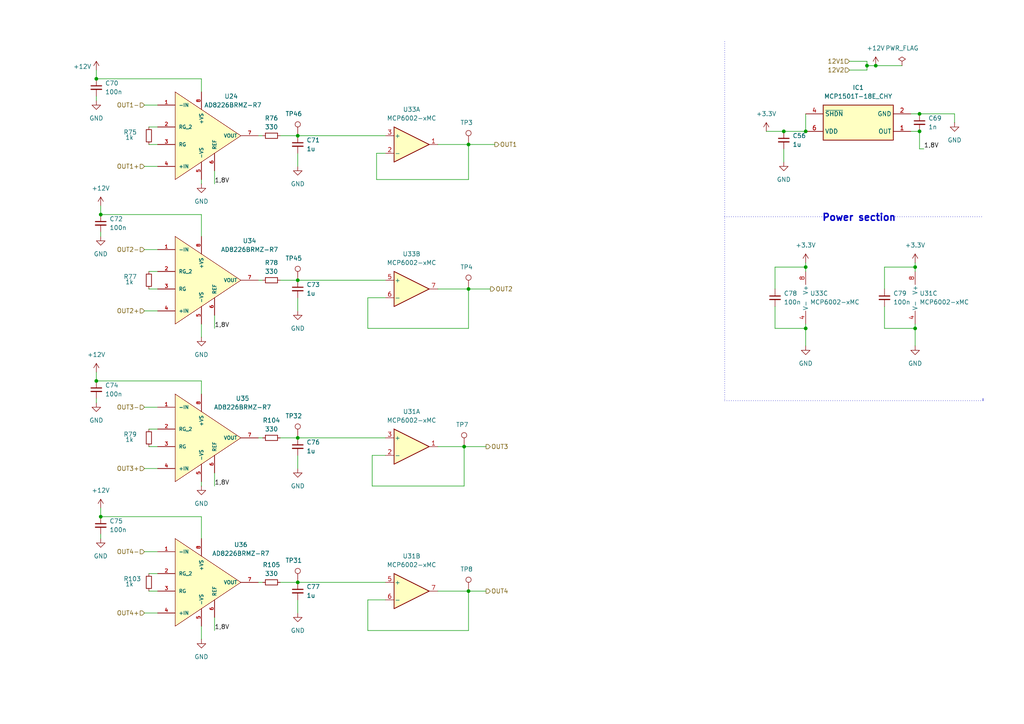
<source format=kicad_sch>
(kicad_sch (version 20231120) (generator "eeschema") (generator_version "8.0")
  (paper "A4")
  (lib_symbols
    (symbol "Amplifier_Operational:MCP6002-xMC" (pin_names (offset 0.127))
      (property "Reference" "U" (at 0 5.08 0))
      (property "Value" "MCP6002-xMC" (at 0 -5.08 0))
      (symbol "MCP6002-xMC_1_1"
        (polyline (pts (xy -5.08 5.08) (xy 5.08 0) (xy -5.08 -5.08) (xy -5.08 5.08)) (stroke (width 0.254)) (fill (type background)))
        (pin output line (at 7.62 0 180) (length 2.54) (name "~") (number "1"))
        (pin input line (at -7.62 -2.54 0) (length 2.54) (name "-") (number "2"))
        (pin input line (at -7.62 2.54 0) (length 2.54) (name "+") (number "3"))
      )
      (symbol "MCP6002-xMC_2_1"
        (polyline (pts (xy -5.08 5.08) (xy 5.08 0) (xy -5.08 -5.08) (xy -5.08 5.08)) (stroke (width 0.254)) (fill (type background)))
        (pin input line (at -7.62 2.54 0) (length 2.54) (name "+") (number "5"))
        (pin input line (at -7.62 -2.54 0) (length 2.54) (name "-") (number "6"))
        (pin output line (at 7.62 0 180) (length 2.54) (name "~") (number "7"))
      )
      (symbol "MCP6002-xMC_3_1"
        (pin power_in line (at -2.54 -7.62 90) (length 3.81) (name "V-") (number "4"))
        (pin power_in line (at -2.54 7.62 270) (length 3.81) (name "V+") (number "8"))
        (pin passive line (at -2.54 -7.62 90) (length 3.81) hide (name "V-") (number "9"))
      )
    )
    (symbol "Connector:TestPoint" (pin_numbers hide) (pin_names (offset 0.762) hide)
      (property "Reference" "TP" (at 0 6.858 0))
      (property "Value" "TestPoint" (at 0 5.08 0))
      (symbol "TestPoint_0_1"
        (circle (center 0 3.302) (radius 0.762))
      )
      (symbol "TestPoint_1_1"
        (pin passive line (at 0 0 90) (length 2.54) (name "1") (number "1"))
      )
    )
    (symbol "Device:C_Small" (pin_numbers hide) (pin_names (offset 0.254) hide)
      (property "Reference" "C" (at 0.254 1.778 0))
      (property "Value" "C_Small" (at 0.254 -2.032 0))
      (symbol "C_Small_0_1"
        (polyline (pts (xy -1.524 -0.508) (xy 1.524 -0.508)) (stroke (width 0.3302)))
        (polyline (pts (xy -1.524 0.508) (xy 1.524 0.508)) (stroke (width 0.3048)))
      )
      (symbol "C_Small_1_1"
        (pin passive line (at 0 2.54 270) (length 2.032) (name "~") (number "1"))
        (pin passive line (at 0 -2.54 90) (length 2.032) (name "~") (number "2"))
      )
    )
    (symbol "Device:R_Small" (pin_numbers hide) (pin_names (offset 0.254) hide)
      (property "Reference" "R" (at 0.762 0.508 0))
      (property "Value" "R_Small" (at 0.762 -1.016 0))
      (symbol "R_Small_0_1"
        (rectangle (start -0.762 1.778) (end 0.762 -1.778) (stroke (width 0.2032)))
      )
      (symbol "R_Small_1_1"
        (pin passive line (at 0 2.54 270) (length 0.762) (name "~") (number "1"))
        (pin passive line (at 0 -2.54 90) (length 0.762) (name "~") (number "2"))
      )
    )
    (symbol "Samacsys:MCP1501T-18E_CHY"
      (property "Reference" "IC" (at 26.67 7.62 0))
      (property "Value" "MCP1501T-18E_CHY" (at 26.67 5.08 0))
      (symbol "MCP1501T-18E_CHY_1_1"
        (rectangle (start 5.08 2.54) (end 25.4 -7.62) (stroke (width 0.254)) (fill (type background)))
        (pin passive line (at 0 0 0) (length 5.08) (name "OUT") (number "1"))
        (pin passive line (at 0 -5.08 0) (length 5.08) (name "GND") (number "2"))
        (pin passive line (at 0 -5.08 0) (length 5.08) hide (name "GND_2") (number "3"))
        (pin passive line (at 30.48 -5.08 180) (length 5.08) (name "~{SHDN}") (number "4"))
        (pin passive line (at 0 -5.08 0) (length 5.08) hide (name "GND_3") (number "5"))
        (pin passive line (at 30.48 0 180) (length 5.08) (name "VDD") (number "6"))
      )
    )
    (symbol "Snapeda:AD8226BRMZ-R7" (pin_names (offset 1.016))
      (property "Reference" "U" (at -4.1148 15.2908 0))
      (property "Value" "AD8226BRMZ-R7" (at -6.5278 -24.9174 0))
      (symbol "AD8226BRMZ-R7_0_0"
        (pin input line (at -12.7 8.89 0) (length 5.08) (name "-IN") (number "1"))
        (pin passive line (at -12.7 2.54 0) (length 5.08) (name "RG_2") (number "2"))
        (pin passive line (at -12.7 -2.54 0) (length 5.08) (name "RG") (number "3"))
        (pin input line (at -12.7 -8.89 0) (length 5.08) (name "+IN") (number "4"))
        (pin power_in line (at 0 -12.7 90) (length 5.08) (name "-VS") (number "5"))
        (pin input line (at 3.81 -10.16 90) (length 5.08) (name "REF") (number "6"))
        (pin output line (at 16.51 0 180) (length 5.08) (name "VOUT") (number "7"))
        (pin power_in line (at 0 12.7 270) (length 5.08) (name "+VS") (number "8"))
      )
      (symbol "AD8226BRMZ-R7_1_1"
        (polyline (pts (xy -7.62 12.7) (xy -7.62 -12.7) (xy 11.43 0) (xy -7.62 12.7)) (fill (type background)))
      )
    )
    (symbol "power:+12V" (power) (pin_numbers hide) (pin_names (offset 0) hide)
      (property "Value" "+12V" (at 0 3.556 0))
      (symbol "+12V_0_1"
        (polyline (pts (xy -0.762 1.27) (xy 0 2.54)))
        (polyline (pts (xy 0 0) (xy 0 2.54)))
        (polyline (pts (xy 0 2.54) (xy 0.762 1.27)))
      )
      (symbol "+12V_1_1"
        (pin power_in line (at 0 0 90) (length 0) (name "~") (number "1"))
      )
    )
    (symbol "power:+3.3VA" (power) (pin_numbers hide) (pin_names (offset 0) hide)
      (property "Value" "+3.3VA" (at 0 3.556 0))
      (symbol "+3.3VA_0_1"
        (polyline (pts (xy -0.762 1.27) (xy 0 2.54)))
        (polyline (pts (xy 0 0) (xy 0 2.54)))
        (polyline (pts (xy 0 2.54) (xy 0.762 1.27)))
      )
      (symbol "+3.3VA_1_1"
        (pin power_in line (at 0 0 90) (length 0) (name "~") (number "1"))
      )
    )
    (symbol "power:+3V3" (power) (pin_numbers hide) (pin_names (offset 0) hide)
      (property "Value" "+3V3" (at 0 3.556 0))
      (symbol "+3V3_0_1"
        (polyline (pts (xy -0.762 1.27) (xy 0 2.54)))
        (polyline (pts (xy 0 0) (xy 0 2.54)))
        (polyline (pts (xy 0 2.54) (xy 0.762 1.27)))
      )
      (symbol "+3V3_1_1"
        (pin power_in line (at 0 0 90) (length 0) (name "~") (number "1"))
      )
    )
    (symbol "power:GND" (power) (pin_numbers hide) (pin_names (offset 0) hide)
      (property "Value" "GND" (at 0 -3.81 0))
      (symbol "GND_0_1"
        (polyline (pts (xy 0 0) (xy 0 -1.27) (xy 1.27 -1.27) (xy 0 -2.54) (xy -1.27 -1.27) (xy 0 -1.27)))
      )
      (symbol "GND_1_1"
        (pin power_in line (at 0 0 270) (length 0) (name "~") (number "1"))
      )
    )
    (symbol "power:PWR_FLAG" (power) (pin_numbers hide) (pin_names (offset 0) hide)
      (property "Value" "PWR_FLAG" (at 0 3.81 0))
      (symbol "PWR_FLAG_0_0"
        (pin power_out line (at 0 0 90) (length 0) (name "~") (number "1"))
      )
      (symbol "PWR_FLAG_0_1"
        (polyline (pts (xy 0 0) (xy 0 1.27) (xy -1.016 1.905) (xy 0 2.54) (xy 1.016 1.905) (xy 0 1.27)))
      )
    )
  )
  (junction (at 265.43 77.47))
  (junction (at 29.21 149.86))
  (junction (at 135.89 41.91))
  (junction (at 266.7 38.1))
  (junction (at 265.43 95.25))
  (junction (at 227.33 38.1))
  (junction (at 86.36 39.37))
  (junction (at 29.21 62.23))
  (junction (at 27.94 110.49))
  (junction (at 233.68 95.25))
  (junction (at 251.46 19.05))
  (junction (at 27.94 22.86))
  (junction (at 266.7 33.02))
  (junction (at 233.68 77.47))
  (junction (at 86.36 127))
  (junction (at 135.89 83.82))
  (junction (at 233.68 38.1))
  (junction (at 134.62 129.54))
  (junction (at 86.36 168.91))
  (junction (at 254 19.05))
  (junction (at 86.36 81.28))
  (junction (at 135.89 171.45))
  (wire (pts (xy 222.25 38.1) (xy 227.33 38.1)))
  (wire (pts (xy 58.42 62.23) (xy 58.42 68.58)))
  (wire (pts (xy 135.89 182.88) (xy 106.68 182.88)))
  (wire (pts (xy 62.23 137.16) (xy 62.23 140.97)))
  (wire (pts (xy 135.89 171.45) (xy 140.97 171.45)))
  (wire (pts (xy 265.43 76.2) (xy 265.43 77.47)))
  (wire (pts (xy 43.18 124.46) (xy 45.72 124.46)))
  (wire (pts (xy 62.23 91.44) (xy 62.23 95.25)))
  (wire (pts (xy 107.95 132.08) (xy 111.76 132.08)))
  (wire (pts (xy 256.54 83.82) (xy 256.54 77.47)))
  (wire (pts (xy 86.36 173.99) (xy 86.36 177.8)))
  (wire (pts (xy 27.94 107.95) (xy 27.94 110.49)))
  (wire (pts (xy 135.89 83.82) (xy 135.89 95.25)))
  (wire (pts (xy 41.91 135.89) (xy 45.72 135.89)))
  (wire (pts (xy 246.38 17.78) (xy 251.46 17.78)))
  (polyline (pts (xy 285.115 115.57) (xy 285.115 116.205)))
  (polyline (pts (xy 210.185 116.205) (xy 285.115 116.205)) (stroke (width 0) (type dot)))
  (wire (pts (xy 58.42 22.86) (xy 58.42 26.67)))
  (wire (pts (xy 74.93 81.28) (xy 76.2 81.28)))
  (wire (pts (xy 266.7 43.18) (xy 266.7 38.1)))
  (wire (pts (xy 74.93 39.37) (xy 76.2 39.37)))
  (wire (pts (xy 81.28 127) (xy 86.36 127)))
  (wire (pts (xy 127 171.45) (xy 135.89 171.45)))
  (wire (pts (xy 135.89 52.07) (xy 109.22 52.07)))
  (wire (pts (xy 106.68 182.88) (xy 106.68 173.99)))
  (wire (pts (xy 224.79 95.25) (xy 233.68 95.25)))
  (wire (pts (xy 41.91 177.8) (xy 45.72 177.8)))
  (wire (pts (xy 58.42 93.98) (xy 58.42 97.79)))
  (wire (pts (xy 86.36 44.45) (xy 86.36 48.26)))
  (wire (pts (xy 109.22 44.45) (xy 111.76 44.45)))
  (wire (pts (xy 29.21 59.69) (xy 29.21 62.23)))
  (wire (pts (xy 251.46 19.05) (xy 254 19.05)))
  (wire (pts (xy 27.94 27.94) (xy 27.94 29.21)))
  (polyline (pts (xy 210.185 62.865) (xy 239.395 62.865)) (stroke (width 0) (type dot)))
  (wire (pts (xy 106.68 95.25) (xy 106.68 86.36)))
  (wire (pts (xy 106.68 173.99) (xy 111.76 173.99)))
  (polyline (pts (xy 210.185 12.065) (xy 210.185 116.205)) (stroke (width 0) (type dot)))
  (wire (pts (xy 135.89 41.91) (xy 135.89 52.07)))
  (wire (pts (xy 134.62 140.97) (xy 107.95 140.97)))
  (wire (pts (xy 107.95 140.97) (xy 107.95 132.08)))
  (wire (pts (xy 86.36 81.28) (xy 111.76 81.28)))
  (wire (pts (xy 29.21 149.86) (xy 58.42 149.86)))
  (wire (pts (xy 266.7 33.02) (xy 276.86 33.02)))
  (wire (pts (xy 29.21 147.32) (xy 29.21 149.86)))
  (wire (pts (xy 233.68 76.2) (xy 233.68 77.47)))
  (wire (pts (xy 43.18 41.91) (xy 45.72 41.91)))
  (wire (pts (xy 127 83.82) (xy 135.89 83.82)))
  (wire (pts (xy 27.94 115.57) (xy 27.94 116.84)))
  (wire (pts (xy 109.22 52.07) (xy 109.22 44.45)))
  (wire (pts (xy 81.28 81.28) (xy 86.36 81.28)))
  (wire (pts (xy 265.43 77.47) (xy 265.43 78.74)))
  (wire (pts (xy 86.36 39.37) (xy 111.76 39.37)))
  (wire (pts (xy 29.21 62.23) (xy 58.42 62.23)))
  (wire (pts (xy 58.42 52.07) (xy 58.42 53.34)))
  (wire (pts (xy 43.18 171.45) (xy 45.72 171.45)))
  (wire (pts (xy 27.94 22.86) (xy 58.42 22.86)))
  (wire (pts (xy 41.91 30.48) (xy 45.72 30.48)))
  (wire (pts (xy 43.18 78.74) (xy 45.72 78.74)))
  (wire (pts (xy 224.79 88.9) (xy 224.79 95.25)))
  (wire (pts (xy 264.16 38.1) (xy 266.7 38.1)))
  (wire (pts (xy 264.16 33.02) (xy 266.7 33.02)))
  (polyline (pts (xy 239.395 62.865) (xy 239.395 63.5)))
  (wire (pts (xy 27.94 110.49) (xy 58.42 110.49)))
  (wire (pts (xy 135.89 95.25) (xy 106.68 95.25)))
  (wire (pts (xy 29.21 154.94) (xy 29.21 156.21)))
  (wire (pts (xy 233.68 93.98) (xy 233.68 95.25)))
  (wire (pts (xy 127 41.91) (xy 135.89 41.91)))
  (wire (pts (xy 233.68 33.02) (xy 233.68 38.1)))
  (wire (pts (xy 74.93 127) (xy 76.2 127)))
  (wire (pts (xy 256.54 95.25) (xy 265.43 95.25)))
  (wire (pts (xy 256.54 77.47) (xy 265.43 77.47)))
  (wire (pts (xy 127 129.54) (xy 134.62 129.54)))
  (wire (pts (xy 86.36 168.91) (xy 111.76 168.91)))
  (wire (pts (xy 43.18 36.83) (xy 45.72 36.83)))
  (wire (pts (xy 251.46 20.32) (xy 251.46 19.05)))
  (wire (pts (xy 135.89 171.45) (xy 135.89 182.88)))
  (wire (pts (xy 265.43 95.25) (xy 265.43 100.33)))
  (wire (pts (xy 58.42 110.49) (xy 58.42 114.3)))
  (wire (pts (xy 276.86 35.56) (xy 276.86 33.02)))
  (wire (pts (xy 27.94 20.32) (xy 27.94 22.86)))
  (wire (pts (xy 135.89 41.91) (xy 143.51 41.91)))
  (wire (pts (xy 233.68 95.25) (xy 233.68 100.33)))
  (wire (pts (xy 224.79 83.82) (xy 224.79 77.47)))
  (wire (pts (xy 86.36 86.36) (xy 86.36 90.17)))
  (wire (pts (xy 41.91 48.26) (xy 45.72 48.26)))
  (wire (pts (xy 135.89 83.82) (xy 142.24 83.82)))
  (wire (pts (xy 134.62 129.54) (xy 140.97 129.54)))
  (wire (pts (xy 81.28 39.37) (xy 86.36 39.37)))
  (wire (pts (xy 62.23 49.53) (xy 62.23 53.34)))
  (wire (pts (xy 86.36 127) (xy 111.76 127)))
  (wire (pts (xy 227.33 38.1) (xy 233.68 38.1)))
  (wire (pts (xy 106.68 86.36) (xy 111.76 86.36)))
  (wire (pts (xy 251.46 19.05) (xy 251.46 17.78)))
  (wire (pts (xy 265.43 93.98) (xy 265.43 95.25)))
  (wire (pts (xy 227.33 43.18) (xy 227.33 46.99)))
  (wire (pts (xy 58.42 149.86) (xy 58.42 156.21)))
  (wire (pts (xy 254 19.05) (xy 261.62 19.05)))
  (wire (pts (xy 41.91 72.39) (xy 45.72 72.39)))
  (wire (pts (xy 256.54 88.9) (xy 256.54 95.25)))
  (wire (pts (xy 86.36 132.08) (xy 86.36 135.89)))
  (wire (pts (xy 43.18 129.54) (xy 45.72 129.54)))
  (polyline (pts (xy 259.715 62.865) (xy 285.115 62.865)) (stroke (width 0) (type dot)))
  (wire (pts (xy 134.62 129.54) (xy 134.62 140.97)))
  (wire (pts (xy 41.91 160.02) (xy 45.72 160.02)))
  (wire (pts (xy 224.79 77.47) (xy 233.68 77.47)))
  (wire (pts (xy 62.23 179.07) (xy 62.23 182.88)))
  (wire (pts (xy 58.42 181.61) (xy 58.42 185.42)))
  (wire (pts (xy 41.91 90.17) (xy 45.72 90.17)))
  (wire (pts (xy 41.91 118.11) (xy 45.72 118.11)))
  (wire (pts (xy 233.68 77.47) (xy 233.68 78.74)))
  (wire (pts (xy 43.18 83.82) (xy 45.72 83.82)))
  (wire (pts (xy 58.42 139.7) (xy 58.42 140.97)))
  (wire (pts (xy 246.38 20.32) (xy 251.46 20.32)))
  (wire (pts (xy 81.28 168.91) (xy 86.36 168.91)))
  (wire (pts (xy 267.97 43.18) (xy 266.7 43.18)))
  (wire (pts (xy 43.18 166.37) (xy 45.72 166.37)))
  (wire (pts (xy 74.93 168.91) (xy 76.2 168.91)))
  (wire (pts (xy 29.21 67.31) (xy 29.21 68.58)))
  (text "Power section\n" (at 249.174 63.246 0) (effects (font (size 2 2) (thickness 0.4) (bold yes))))
  (label "1,8V" (at 267.97 43.18 0))
  (label "1,8V" (at 62.23 53.34 0))
  (label "1,8V" (at 62.23 182.88 0))
  (label "1,8V" (at 62.23 95.25 0))
  (label "1,8V" (at 62.23 140.97 0))
  (hierarchical_label "OUT4-" (shape input) (at 41.91 160.02 180))
  (hierarchical_label "OUT3" (shape output) (at 140.97 129.54 0))
  (hierarchical_label "OUT3-" (shape input) (at 41.91 118.11 180))
  (hierarchical_label "OUT2-" (shape input) (at 41.91 72.39 180))
  (hierarchical_label "OUT2+" (shape input) (at 41.91 90.17 180))
  (hierarchical_label "OUT4" (shape output) (at 140.97 171.45 0))
  (hierarchical_label "OUT3+" (shape input) (at 41.91 135.89 180))
  (hierarchical_label "12V2" (shape input) (at 246.38 20.32 180))
  (hierarchical_label "OUT1" (shape output) (at 143.51 41.91 0))
  (hierarchical_label "OUT4+" (shape input) (at 41.91 177.8 180))
  (hierarchical_label "12V1" (shape input) (at 246.38 17.78 180))
  (hierarchical_label "OUT2" (shape output) (at 142.24 83.82 0))
  (hierarchical_label "OUT1-" (shape input) (at 41.91 30.48 180))
  (hierarchical_label "OUT1+" (shape input) (at 41.91 48.26 180))
  (symbol (lib_id "power:+12V") (at 29.21 147.32 0) (unit 1)
    (property "Reference" "#PWR0218" (effects (hide yes)))
    (property "Value" "+12V" (at 29.21 142.24 0))
    (property "Description" "Power symbol creates a global label with name \"+12V\"" (effects (hide yes)))
  )
  (symbol (lib_id "Device:C_Small") (at 86.36 129.54 0) (unit 1)
    (property "Reference" "C76" (at 88.9 128.2762 0) (effects (justify left)))
    (property "Value" "1u" (at 88.9 130.8162 0) (effects (justify left)))
    (property "Footprint" "Capacitor_SMD:C_0603_1608Metric" (effects (hide yes)))
    (property "Description" "Unpolarized capacitor, small symbol" (effects (hide yes)))
  )
  (symbol (lib_id "Device:R_Small") (at 78.74 39.37 90) (unit 1)
    (property "Reference" "R76" (at 78.74 34.29 90))
    (property "Value" "330" (at 78.74 36.83 90))
    (property "Footprint" "Resistor_SMD:R_0603_1608Metric" (effects (hide yes)))
    (property "Description" "Resistor, small symbol" (effects (hide yes)))
  )
  (symbol (lib_id "power:GND") (at 27.94 29.21 0) (unit 1)
    (property "Reference" "#PWR0162" (effects (hide yes)))
    (property "Value" "GND" (at 27.94 34.29 0))
    (property "Description" "Power symbol creates a global label with name \"GND\" , ground" (effects (hide yes)))
  )
  (symbol (lib_id "Device:C_Small") (at 224.79 86.36 0) (unit 1)
    (property "Reference" "C78" (at 227.33 85.0962 0) (effects (justify left)))
    (property "Value" "100n" (at 227.33 87.6362 0) (effects (justify left)))
    (property "Footprint" "Capacitor_SMD:C_0603_1608Metric" (effects (hide yes)))
    (property "Description" "Unpolarized capacitor, small symbol" (effects (hide yes)))
  )
  (symbol (lib_id "Device:C_Small") (at 27.94 25.4 0) (unit 1)
    (property "Reference" "C70" (at 30.48 24.1362 0) (effects (justify left)))
    (property "Value" "100n" (at 30.48 26.6762 0) (effects (justify left)))
    (property "Footprint" "Capacitor_SMD:C_0603_1608Metric" (effects (hide yes)))
    (property "Description" "Unpolarized capacitor, small symbol" (effects (hide yes)))
  )
  (symbol (lib_id "power:+3V3") (at 222.25 38.1 0) (unit 1)
    (property "Reference" "#PWR0159" (effects (hide yes)))
    (property "Value" "+3.3V" (at 222.25 33.02 0))
    (property "Description" "Power symbol creates a global label with name \"+3V3\"" (effects (hide yes)))
  )
  (symbol (lib_id "Device:R_Small") (at 43.18 39.37 0) (unit 1)
    (property "Reference" "R75" (at 35.814 38.354 0) (effects (justify left)))
    (property "Value" "1k" (at 36.322 39.878 0) (effects (justify left)))
    (property "Footprint" "Resistor_SMD:R_0603_1608Metric" (effects (hide yes)))
    (property "Description" "Resistor, small symbol" (effects (hide yes)))
  )
  (symbol (lib_id "power:GND") (at 233.68 100.33 0) (unit 1)
    (property "Reference" "#PWR0211" (effects (hide yes)))
    (property "Value" "GND" (at 233.68 105.41 0))
    (property "Description" "Power symbol creates a global label with name \"GND\" , ground" (effects (hide yes)))
  )
  (symbol (lib_id "Device:C_Small") (at 29.21 152.4 0) (unit 1)
    (property "Reference" "C75" (at 31.75 151.1362 0) (effects (justify left)))
    (property "Value" "100n" (at 31.75 153.6762 0) (effects (justify left)))
    (property "Footprint" "Capacitor_SMD:C_0603_1608Metric" (effects (hide yes)))
    (property "Description" "Unpolarized capacitor, small symbol" (effects (hide yes)))
  )
  (symbol (lib_id "Amplifier_Operational:MCP6002-xMC") (at 119.38 83.82 0) (unit 2)
    (property "Reference" "U33" (at 119.38 73.66 0))
    (property "Value" "MCP6002-xMC" (at 119.38 76.2 0))
    (property "Footprint" "Package_DFN_QFN:DFN-8-1EP_3x2mm_P0.5mm_EP1.75x1.45mm" (effects (hide yes)))
    (property "Datasheet" "http://ww1.microchip.com/downloads/en/DeviceDoc/21733j.pdf" (effects (hide yes)))
    (property "Description" "1MHz, Low-Power Op Amp, DFN-8" (effects (hide yes)))
  )
  (symbol (lib_id "power:GND") (at 58.42 185.42 0) (unit 1)
    (property "Reference" "#PWR0206" (effects (hide yes)))
    (property "Value" "GND" (at 58.42 190.5 0))
    (property "Description" "Power symbol creates a global label with name \"GND\" , ground" (effects (hide yes)))
  )
  (symbol (lib_id "power:+12V") (at 254 19.05 0) (unit 1)
    (property "Reference" "#PWR076" (effects (hide yes)))
    (property "Value" "+12V" (at 254 13.97 0))
    (property "Description" "Power symbol creates a global label with name \"+12V\"" (effects (hide yes)))
  )
  (symbol (lib_id "Samacsys:MCP1501T-18E_CHY") (at 264.16 38.1 180) (unit 1)
    (property "Reference" "IC1" (at 248.92 25.4 0))
    (property "Value" "MCP1501T-18E_CHY" (at 248.92 27.94 0))
    (property "Footprint" "Samacsys:SOT95P270X145-6N" (effects (hide yes)))
    (property "Datasheet" "https://www.mouser.pl/ProductDetail/Microchip-Technology/MCP1501T-18E-CHY?qs=8cKuZ6Ok2latOja4XfHM6g%3D%3D&srsltid=AfmBOooMlvOl13uxeE4uMTJfPzwMoAo8IMXZ6vXcTfZIgKh1jVluLl1W" (effects (hide yes)))
    (property "Description" "Voltage References Precision Buffered Voltage Reference" (effects (hide yes)))
    (property "Height" "1.45" (effects (hide yes)))
    (property "Manufacturer_Name" "Microchip" (effects (hide yes)))
    (property "Manufacturer_Part_Number" "MCP1501T-18E/CHY" (effects (hide yes)))
    (property "Mouser Part Number" "579-MCP1501T-18E/CHY" (effects (hide yes)))
    (property "Mouser Price/Stock" "https://www.mouser.co.uk/ProductDetail/Microchip-Technology/MCP1501T-18E-CHY?qs=8cKuZ6Ok2latOja4XfHM6g%3D%3D" (effects (hide yes)))
    (property "Arrow Part Number" "MCP1501T-18E/CHY" (effects (hide yes)))
    (property "Arrow Price/Stock" "https://www.arrow.com/en/products/mcp1501t-18echy/microchip-technology?region=nac" (effects (hide yes)))
  )
  (symbol (lib_id "power:+12V") (at 27.94 107.95 0) (unit 1)
    (property "Reference" "#PWR0217" (effects (hide yes)))
    (property "Value" "+12V" (at 27.94 102.87 0))
    (property "Description" "Power symbol creates a global label with name \"+12V\"" (effects (hide yes)))
  )
  (symbol (lib_id "Snapeda:AD8226BRMZ-R7") (at 58.42 168.91 0) (unit 1)
    (property "Reference" "U36" (at 69.85 157.988 0))
    (property "Value" "AD8226BRMZ-R7" (at 69.85 160.528 0))
    (property "Footprint" "Snapeda:AD8226BRMZ-R7_SOP65P490X110-8N" (effects (hide yes)))
    (property "MF" "Analog Devices" (effects (hide yes)))
    (property "Description_1" "\n                        \n                            Wide Supply Range, Rail-to-Rail Output Instrumentation Amplifier\n                        \n" (effects (hide yes)))
    (property "PACKAGE" "MSOP-8" (effects (hide yes)))
    (property "MPN" "AD8226BRMZ-R7" (effects (hide yes)))
    (property "Price" "None" (effects (hide yes)))
    (property "Package" "MSOP-8 Analog Devices" (effects (hide yes)))
    (property "OC_FARNELL" "-" (effects (hide yes)))
    (property "SnapEDA_Link" "https://www.snapeda.com/parts/AD8226BRMZ-R7/Analog+Devices/view-part/?ref=snap" (effects (hide yes)))
    (property "MP" "AD8226BRMZ-R7" (effects (hide yes)))
    (property "SUPPLIER" "Analog Devices" (effects (hide yes)))
    (property "OC_NEWARK" "24R9019" (effects (hide yes)))
    (property "Availability" "In Stock" (effects (hide yes)))
    (property "Check_prices" "https://www.snapeda.com/parts/AD8226BRMZ-R7/Analog+Devices/view-part/?ref=eda" (effects (hide yes)))
  )
  (symbol (lib_id "Device:C_Small") (at 256.54 86.36 0) (unit 1)
    (property "Reference" "C79" (at 259.08 85.0962 0) (effects (justify left)))
    (property "Value" "100n" (at 259.08 87.6362 0) (effects (justify left)))
    (property "Footprint" "Capacitor_SMD:C_0603_1608Metric" (effects (hide yes)))
    (property "Description" "Unpolarized capacitor, small symbol" (effects (hide yes)))
  )
  (symbol (lib_id "power:GND") (at 86.36 48.26 0) (unit 1)
    (property "Reference" "#PWR0163" (effects (hide yes)))
    (property "Value" "GND" (at 86.36 53.34 0))
    (property "Description" "Power symbol creates a global label with name \"GND\" , ground" (effects (hide yes)))
  )
  (symbol (lib_id "Snapeda:AD8226BRMZ-R7") (at 58.42 39.37 0) (unit 1)
    (property "Reference" "U24" (at 67.056 27.94 0))
    (property "Value" "AD8226BRMZ-R7" (at 67.564 30.48 0))
    (property "Footprint" "Snapeda:AD8226BRMZ-R7_SOP65P490X110-8N" (effects (hide yes)))
    (property "MF" "Analog Devices" (effects (hide yes)))
    (property "Description_1" "\n                        \n                            Wide Supply Range, Rail-to-Rail Output Instrumentation Amplifier\n                        \n" (effects (hide yes)))
    (property "PACKAGE" "MSOP-8" (effects (hide yes)))
    (property "MPN" "AD8226BRMZ-R7" (effects (hide yes)))
    (property "Price" "None" (effects (hide yes)))
    (property "Package" "MSOP-8 Analog Devices" (effects (hide yes)))
    (property "OC_FARNELL" "-" (effects (hide yes)))
    (property "SnapEDA_Link" "https://www.snapeda.com/parts/AD8226BRMZ-R7/Analog+Devices/view-part/?ref=snap" (effects (hide yes)))
    (property "MP" "AD8226BRMZ-R7" (effects (hide yes)))
    (property "SUPPLIER" "Analog Devices" (effects (hide yes)))
    (property "OC_NEWARK" "24R9019" (effects (hide yes)))
    (property "Availability" "In Stock" (effects (hide yes)))
    (property "Check_prices" "https://www.snapeda.com/parts/AD8226BRMZ-R7/Analog+Devices/view-part/?ref=eda" (effects (hide yes)))
  )
  (symbol (lib_id "Device:C_Small") (at 27.94 113.03 0) (unit 1)
    (property "Reference" "C74" (at 30.48 111.7662 0) (effects (justify left)))
    (property "Value" "100n" (at 30.48 114.3062 0) (effects (justify left)))
    (property "Footprint" "Capacitor_SMD:C_0603_1608Metric" (effects (hide yes)))
    (property "Description" "Unpolarized capacitor, small symbol" (effects (hide yes)))
  )
  (symbol (lib_id "Amplifier_Operational:MCP6002-xMC") (at 236.22 86.36 0) (unit 3)
    (property "Reference" "U33" (at 234.95 85.0899 0) (effects (justify left)))
    (property "Value" "MCP6002-xMC" (at 234.95 87.6299 0) (effects (justify left)))
    (property "Footprint" "Package_DFN_QFN:DFN-8-1EP_3x2mm_P0.5mm_EP1.75x1.45mm" (effects (hide yes)))
    (property "Datasheet" "http://ww1.microchip.com/downloads/en/DeviceDoc/21733j.pdf" (effects (hide yes)))
    (property "Description" "1MHz, Low-Power Op Amp, DFN-8" (effects (hide yes)))
  )
  (symbol (lib_id "Amplifier_Operational:MCP6002-xMC") (at 267.97 86.36 0) (unit 3)
    (property "Reference" "U31" (at 266.7 85.0899 0) (effects (justify left)))
    (property "Value" "MCP6002-xMC" (at 266.7 87.6299 0) (effects (justify left)))
    (property "Footprint" "Package_DFN_QFN:DFN-8-1EP_3x2mm_P0.5mm_EP1.75x1.45mm" (effects (hide yes)))
    (property "Datasheet" "http://ww1.microchip.com/downloads/en/DeviceDoc/21733j.pdf" (effects (hide yes)))
    (property "Description" "1MHz, Low-Power Op Amp, DFN-8" (effects (hide yes)))
  )
  (symbol (lib_id "power:+3.3VA") (at 233.68 76.2 0) (unit 1)
    (property "Reference" "#PWR0209" (effects (hide yes)))
    (property "Value" "+3.3V" (at 233.68 71.12 0))
    (property "Description" "Power symbol creates a global label with name \"+3.3VA\"" (effects (hide yes)))
  )
  (symbol (lib_id "Connector:TestPoint") (at 86.36 39.37 0) (mirror y) (unit 1)
    (property "Reference" "TP46" (at 87.63 33.02 0) (effects (justify left)))
    (property "Value" "BR_N" (effects (hide yes)))
    (property "Footprint" "TestPoint:TestPoint_THTPad_D1.0mm_Drill0.5mm" (effects (hide yes)))
  )
  (symbol (lib_id "power:GND") (at 86.36 177.8 0) (unit 1)
    (property "Reference" "#PWR0208" (effects (hide yes)))
    (property "Value" "GND" (at 86.36 182.88 0))
    (property "Description" "Power symbol creates a global label with name \"GND\" , ground" (effects (hide yes)))
  )
  (symbol (lib_id "Connector:TestPoint") (at 135.89 83.82 0) (mirror y) (unit 1)
    (property "Reference" "TP4" (at 137.16 77.47 0) (effects (justify left)))
    (property "Value" "BR_N" (effects (hide yes)))
    (property "Footprint" "TestPoint:TestPoint_THTPad_D1.0mm_Drill0.5mm" (effects (hide yes)))
  )
  (symbol (lib_id "Device:R_Small") (at 43.18 168.91 0) (unit 1)
    (property "Reference" "R103" (at 35.814 167.894 0) (effects (justify left)))
    (property "Value" "1k" (at 36.322 169.418 0) (effects (justify left)))
    (property "Footprint" "Resistor_SMD:R_0603_1608Metric" (effects (hide yes)))
    (property "Description" "Resistor, small symbol" (effects (hide yes)))
  )
  (symbol (lib_id "Connector:TestPoint") (at 86.36 168.91 0) (mirror y) (unit 1)
    (property "Reference" "TP31" (at 87.63 162.56 0) (effects (justify left)))
    (property "Value" "BR_N" (effects (hide yes)))
    (property "Footprint" "TestPoint:TestPoint_THTPad_D1.0mm_Drill0.5mm" (effects (hide yes)))
  )
  (symbol (lib_id "power:GND") (at 29.21 68.58 0) (unit 1)
    (property "Reference" "#PWR0200" (effects (hide yes)))
    (property "Value" "GND" (at 29.21 73.66 0))
    (property "Description" "Power symbol creates a global label with name \"GND\" , ground" (effects (hide yes)))
  )
  (symbol (lib_id "Device:R_Small") (at 78.74 127 90) (unit 1)
    (property "Reference" "R104" (at 78.74 121.92 90))
    (property "Value" "330" (at 78.74 124.46 90))
    (property "Footprint" "Resistor_SMD:R_0603_1608Metric" (effects (hide yes)))
    (property "Description" "Resistor, small symbol" (effects (hide yes)))
  )
  (symbol (lib_id "power:GND") (at 86.36 135.89 0) (unit 1)
    (property "Reference" "#PWR0207" (effects (hide yes)))
    (property "Value" "GND" (at 86.36 140.97 0))
    (property "Description" "Power symbol creates a global label with name \"GND\" , ground" (effects (hide yes)))
  )
  (symbol (lib_id "Connector:TestPoint") (at 86.36 81.28 0) (mirror y) (unit 1)
    (property "Reference" "TP45" (at 87.63 74.93 0) (effects (justify left)))
    (property "Value" "BR_N" (effects (hide yes)))
    (property "Footprint" "TestPoint:TestPoint_THTPad_D1.0mm_Drill0.5mm" (effects (hide yes)))
  )
  (symbol (lib_id "Snapeda:AD8226BRMZ-R7") (at 58.42 81.28 0) (unit 1)
    (property "Reference" "U34" (at 72.39 69.85 0))
    (property "Value" "AD8226BRMZ-R7" (at 72.39 72.39 0))
    (property "Footprint" "Snapeda:AD8226BRMZ-R7_SOP65P490X110-8N" (effects (hide yes)))
    (property "MF" "Analog Devices" (effects (hide yes)))
    (property "Description_1" "\n                        \n                            Wide Supply Range, Rail-to-Rail Output Instrumentation Amplifier\n                        \n" (effects (hide yes)))
    (property "PACKAGE" "MSOP-8" (effects (hide yes)))
    (property "MPN" "AD8226BRMZ-R7" (effects (hide yes)))
    (property "Price" "None" (effects (hide yes)))
    (property "Package" "MSOP-8 Analog Devices" (effects (hide yes)))
    (property "OC_FARNELL" "-" (effects (hide yes)))
    (property "SnapEDA_Link" "https://www.snapeda.com/parts/AD8226BRMZ-R7/Analog+Devices/view-part/?ref=snap" (effects (hide yes)))
    (property "MP" "AD8226BRMZ-R7" (effects (hide yes)))
    (property "SUPPLIER" "Analog Devices" (effects (hide yes)))
    (property "OC_NEWARK" "24R9019" (effects (hide yes)))
    (property "Availability" "In Stock" (effects (hide yes)))
    (property "Check_prices" "https://www.snapeda.com/parts/AD8226BRMZ-R7/Analog+Devices/view-part/?ref=eda" (effects (hide yes)))
  )
  (symbol (lib_id "Device:R_Small") (at 78.74 168.91 90) (unit 1)
    (property "Reference" "R105" (at 78.74 163.83 90))
    (property "Value" "330" (at 78.74 166.37 90))
    (property "Footprint" "Resistor_SMD:R_0603_1608Metric" (effects (hide yes)))
    (property "Description" "Resistor, small symbol" (effects (hide yes)))
  )
  (symbol (lib_id "power:+12V") (at 27.94 20.32 0) (unit 1)
    (property "Reference" "#PWR0197" (effects (hide yes)))
    (property "Value" "+12V" (at 23.876 19.304 0))
    (property "Description" "Power symbol creates a global label with name \"+12V\"" (effects (hide yes)))
  )
  (symbol (lib_id "power:GND") (at 27.94 116.84 0) (unit 1)
    (property "Reference" "#PWR0203" (effects (hide yes)))
    (property "Value" "GND" (at 27.94 121.92 0))
    (property "Description" "Power symbol creates a global label with name \"GND\" , ground" (effects (hide yes)))
  )
  (symbol (lib_id "power:GND") (at 86.36 90.17 0) (unit 1)
    (property "Reference" "#PWR0202" (effects (hide yes)))
    (property "Value" "GND" (at 86.36 95.25 0))
    (property "Description" "Power symbol creates a global label with name \"GND\" , ground" (effects (hide yes)))
  )
  (symbol (lib_id "Amplifier_Operational:MCP6002-xMC") (at 119.38 171.45 0) (unit 2)
    (property "Reference" "U31" (at 119.38 161.29 0))
    (property "Value" "MCP6002-xMC" (at 119.38 163.83 0))
    (property "Footprint" "Package_DFN_QFN:DFN-8-1EP_3x2mm_P0.5mm_EP1.75x1.45mm" (effects (hide yes)))
    (property "Datasheet" "http://ww1.microchip.com/downloads/en/DeviceDoc/21733j.pdf" (effects (hide yes)))
    (property "Description" "1MHz, Low-Power Op Amp, DFN-8" (effects (hide yes)))
  )
  (symbol (lib_id "power:GND") (at 276.86 35.56 0) (unit 1)
    (property "Reference" "#PWR0160" (effects (hide yes)))
    (property "Value" "GND" (at 276.86 40.64 0))
    (property "Description" "Power symbol creates a global label with name \"GND\" , ground" (effects (hide yes)))
  )
  (symbol (lib_id "Connector:TestPoint") (at 135.89 171.45 0) (mirror y) (unit 1)
    (property "Reference" "TP8" (at 137.16 165.1 0) (effects (justify left)))
    (property "Value" "BR_N" (effects (hide yes)))
    (property "Footprint" "TestPoint:TestPoint_THTPad_D1.0mm_Drill0.5mm" (effects (hide yes)))
  )
  (symbol (lib_id "Amplifier_Operational:MCP6002-xMC") (at 119.38 129.54 0) (unit 1)
    (property "Reference" "U31" (at 119.38 119.38 0))
    (property "Value" "MCP6002-xMC" (at 119.38 121.92 0))
    (property "Footprint" "Package_DFN_QFN:DFN-8-1EP_3x2mm_P0.5mm_EP1.75x1.45mm" (effects (hide yes)))
    (property "Datasheet" "http://ww1.microchip.com/downloads/en/DeviceDoc/21733j.pdf" (effects (hide yes)))
    (property "Description" "1MHz, Low-Power Op Amp, DFN-8" (effects (hide yes)))
  )
  (symbol (lib_id "Snapeda:AD8226BRMZ-R7") (at 58.42 127 0) (unit 1)
    (property "Reference" "U35" (at 70.358 115.57 0))
    (property "Value" "AD8226BRMZ-R7" (at 70.358 118.11 0))
    (property "Footprint" "Snapeda:AD8226BRMZ-R7_SOP65P490X110-8N" (effects (hide yes)))
    (property "MF" "Analog Devices" (effects (hide yes)))
    (property "Description_1" "\n                        \n                            Wide Supply Range, Rail-to-Rail Output Instrumentation Amplifier\n                        \n" (effects (hide yes)))
    (property "PACKAGE" "MSOP-8" (effects (hide yes)))
    (property "MPN" "AD8226BRMZ-R7" (effects (hide yes)))
    (property "Price" "None" (effects (hide yes)))
    (property "Package" "MSOP-8 Analog Devices" (effects (hide yes)))
    (property "OC_FARNELL" "-" (effects (hide yes)))
    (property "SnapEDA_Link" "https://www.snapeda.com/parts/AD8226BRMZ-R7/Analog+Devices/view-part/?ref=snap" (effects (hide yes)))
    (property "MP" "AD8226BRMZ-R7" (effects (hide yes)))
    (property "SUPPLIER" "Analog Devices" (effects (hide yes)))
    (property "OC_NEWARK" "24R9019" (effects (hide yes)))
    (property "Availability" "In Stock" (effects (hide yes)))
    (property "Check_prices" "https://www.snapeda.com/parts/AD8226BRMZ-R7/Analog+Devices/view-part/?ref=eda" (effects (hide yes)))
  )
  (symbol (lib_id "Device:C_Small") (at 86.36 171.45 0) (unit 1)
    (property "Reference" "C77" (at 88.9 170.1862 0) (effects (justify left)))
    (property "Value" "1u" (at 88.9 172.7262 0) (effects (justify left)))
    (property "Footprint" "Capacitor_SMD:C_0603_1608Metric" (effects (hide yes)))
    (property "Description" "Unpolarized capacitor, small symbol" (effects (hide yes)))
  )
  (symbol (lib_id "power:GND") (at 227.33 46.99 0) (unit 1)
    (property "Reference" "#PWR0158" (effects (hide yes)))
    (property "Value" "GND" (at 227.33 52.07 0))
    (property "Description" "Power symbol creates a global label with name \"GND\" , ground" (effects (hide yes)))
  )
  (symbol (lib_id "power:GND") (at 58.42 97.79 0) (unit 1)
    (property "Reference" "#PWR0201" (effects (hide yes)))
    (property "Value" "GND" (at 58.42 102.87 0))
    (property "Description" "Power symbol creates a global label with name \"GND\" , ground" (effects (hide yes)))
  )
  (symbol (lib_id "Device:C_Small") (at 266.7 35.56 0) (unit 1)
    (property "Reference" "C69" (at 269.24 34.2962 0) (effects (justify left)))
    (property "Value" "1n" (at 269.24 36.8362 0) (effects (justify left)))
    (property "Footprint" "Capacitor_SMD:C_0603_1608Metric" (effects (hide yes)))
    (property "Description" "Unpolarized capacitor, small symbol" (effects (hide yes)))
  )
  (symbol (lib_id "Device:R_Small") (at 43.18 127 0) (unit 1)
    (property "Reference" "R79" (at 35.814 125.984 0) (effects (justify left)))
    (property "Value" "1k" (at 36.322 127.508 0) (effects (justify left)))
    (property "Footprint" "Resistor_SMD:R_0603_1608Metric" (effects (hide yes)))
    (property "Description" "Resistor, small symbol" (effects (hide yes)))
  )
  (symbol (lib_id "power:+12V") (at 29.21 59.69 0) (unit 1)
    (property "Reference" "#PWR0216" (effects (hide yes)))
    (property "Value" "+12V" (at 29.21 54.61 0))
    (property "Description" "Power symbol creates a global label with name \"+12V\"" (effects (hide yes)))
  )
  (symbol (lib_id "Device:C_Small") (at 227.33 40.64 0) (unit 1)
    (property "Reference" "C56" (at 229.87 39.3762 0) (effects (justify left)))
    (property "Value" "1u" (at 229.87 41.9162 0) (effects (justify left)))
    (property "Footprint" "Capacitor_SMD:C_0603_1608Metric" (effects (hide yes)))
    (property "Description" "Unpolarized capacitor, small symbol" (effects (hide yes)))
  )
  (symbol (lib_id "power:GND") (at 58.42 140.97 0) (unit 1)
    (property "Reference" "#PWR0205" (effects (hide yes)))
    (property "Value" "GND" (at 58.42 146.05 0))
    (property "Description" "Power symbol creates a global label with name \"GND\" , ground" (effects (hide yes)))
  )
  (symbol (lib_id "power:GND") (at 265.43 100.33 0) (unit 1)
    (property "Reference" "#PWR0212" (effects (hide yes)))
    (property "Value" "GND" (at 265.43 105.41 0))
    (property "Description" "Power symbol creates a global label with name \"GND\" , ground" (effects (hide yes)))
  )
  (symbol (lib_id "Device:R_Small") (at 78.74 81.28 90) (unit 1)
    (property "Reference" "R78" (at 78.74 76.2 90))
    (property "Value" "330" (at 78.74 78.74 90))
    (property "Footprint" "Resistor_SMD:R_0603_1608Metric" (effects (hide yes)))
    (property "Description" "Resistor, small symbol" (effects (hide yes)))
  )
  (symbol (lib_id "power:+3.3VA") (at 265.43 76.2 0) (unit 1)
    (property "Reference" "#PWR0210" (effects (hide yes)))
    (property "Value" "+3.3V" (at 265.43 71.12 0))
    (property "Description" "Power symbol creates a global label with name \"+3.3VA\"" (effects (hide yes)))
  )
  (symbol (lib_id "Connector:TestPoint") (at 135.89 41.91 0) (mirror y) (unit 1)
    (property "Reference" "TP3" (at 137.16 35.56 0) (effects (justify left)))
    (property "Value" "BR_N" (effects (hide yes)))
    (property "Footprint" "TestPoint:TestPoint_THTPad_D1.0mm_Drill0.5mm" (effects (hide yes)))
  )
  (symbol (lib_id "Connector:TestPoint") (at 86.36 127 0) (mirror y) (unit 1)
    (property "Reference" "TP32" (at 87.63 120.65 0) (effects (justify left)))
    (property "Value" "BR_N" (effects (hide yes)))
    (property "Footprint" "TestPoint:TestPoint_THTPad_D1.0mm_Drill0.5mm" (effects (hide yes)))
  )
  (symbol (lib_id "power:PWR_FLAG") (at 261.62 19.05 0) (unit 1)
    (property "Reference" "#FLG012" (effects (hide yes)))
    (property "Value" "PWR_FLAG" (at 261.62 13.97 0))
    (property "Description" "Special symbol for telling ERC where power comes from" (effects (hide yes)))
  )
  (symbol (lib_id "Device:C_Small") (at 86.36 41.91 0) (unit 1)
    (property "Reference" "C71" (at 88.9 40.6462 0) (effects (justify left)))
    (property "Value" "1u" (at 88.9 43.1862 0) (effects (justify left)))
    (property "Footprint" "Capacitor_SMD:C_0603_1608Metric" (effects (hide yes)))
    (property "Description" "Unpolarized capacitor, small symbol" (effects (hide yes)))
  )
  (symbol (lib_id "Connector:TestPoint") (at 134.62 129.54 0) (mirror y) (unit 1)
    (property "Reference" "TP7" (at 135.89 123.19 0) (effects (justify left)))
    (property "Value" "BR_N" (effects (hide yes)))
    (property "Footprint" "TestPoint:TestPoint_THTPad_D1.0mm_Drill0.5mm" (effects (hide yes)))
  )
  (symbol (lib_id "Device:C_Small") (at 86.36 83.82 0) (unit 1)
    (property "Reference" "C73" (at 88.9 82.5562 0) (effects (justify left)))
    (property "Value" "1u" (at 88.9 85.0962 0) (effects (justify left)))
    (property "Footprint" "Capacitor_SMD:C_0603_1608Metric" (effects (hide yes)))
    (property "Description" "Unpolarized capacitor, small symbol" (effects (hide yes)))
  )
  (symbol (lib_id "power:GND") (at 29.21 156.21 0) (unit 1)
    (property "Reference" "#PWR0204" (effects (hide yes)))
    (property "Value" "GND" (at 29.21 161.29 0))
    (property "Description" "Power symbol creates a global label with name \"GND\" , ground" (effects (hide yes)))
  )
  (symbol (lib_id "Amplifier_Operational:MCP6002-xMC") (at 119.38 41.91 0) (unit 1)
    (property "Reference" "U33" (at 119.38 31.75 0))
    (property "Value" "MCP6002-xMC" (at 119.38 34.29 0))
    (property "Footprint" "Package_DFN_QFN:DFN-8-1EP_3x2mm_P0.5mm_EP1.75x1.45mm" (effects (hide yes)))
    (property "Datasheet" "http://ww1.microchip.com/downloads/en/DeviceDoc/21733j.pdf" (effects (hide yes)))
    (property "Description" "1MHz, Low-Power Op Amp, DFN-8" (effects (hide yes)))
  )
  (symbol (lib_id "Device:R_Small") (at 43.18 81.28 0) (unit 1)
    (property "Reference" "R77" (at 35.814 80.264 0) (effects (justify left)))
    (property "Value" "1k" (at 36.322 81.788 0) (effects (justify left)))
    (property "Footprint" "Resistor_SMD:R_0603_1608Metric" (effects (hide yes)))
    (property "Description" "Resistor, small symbol" (effects (hide yes)))
  )
  (symbol (lib_id "power:GND") (at 58.42 53.34 0) (unit 1)
    (property "Reference" "#PWR0161" (effects (hide yes)))
    (property "Value" "GND" (at 58.42 58.42 0))
    (property "Description" "Power symbol creates a global label with name \"GND\" , ground" (effects (hide yes)))
  )
  (symbol (lib_id "Device:C_Small") (at 29.21 64.77 0) (unit 1)
    (property "Reference" "C72" (at 31.75 63.5062 0) (effects (justify left)))
    (property "Value" "100n" (at 31.75 66.0462 0) (effects (justify left)))
    (property "Footprint" "Capacitor_SMD:C_0603_1608Metric" (effects (hide yes)))
    (property "Description" "Unpolarized capacitor, small symbol" (effects (hide yes)))
  )
)
</source>
